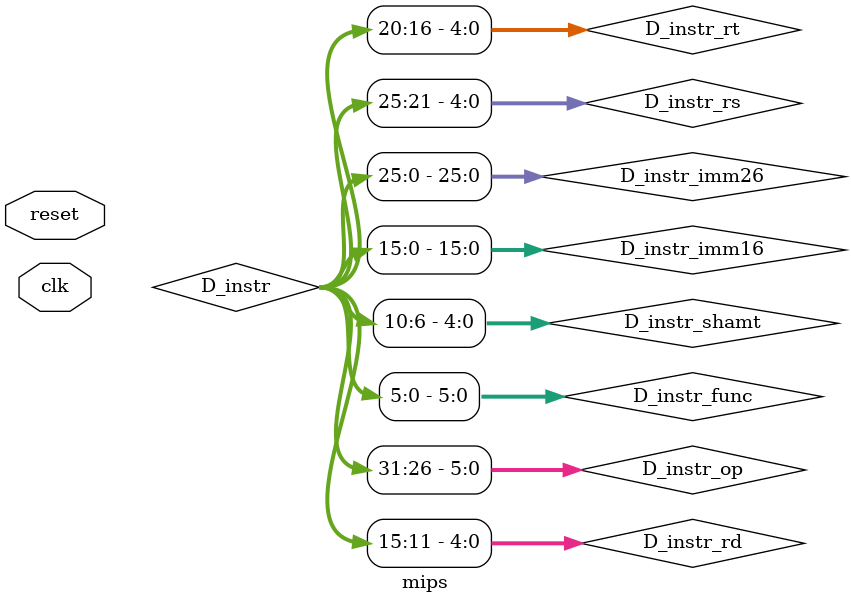
<source format=v>
`timescale 1ns / 1ps
module mips(
    input clk,
    input reset
    );
	 
	 // ³åÍ»¿ØÖÆµ¥Ôª
	 wire [31:0] F_PC;           // F ¼¶Ö¸ÁîµØÖ·
	 wire [31:0] D_PC;           // D ¼¶Ö¸ÁîµØÖ·
	 wire [31:0] E_PC;           // E ¼¶Ö¸ÁîµØÖ·
	 wire [31:0] M_PC;           // M ¼¶Ö¸ÁîµØÖ·
	 wire [31:0] W_PC;           // W ¼¶Ö¸ÁîµØÖ·
	 wire [3:0] D_rs_Tuse;       // D ¼¶Ö¸Áîrs_Tuse
	 wire [3:0] D_rt_Tuse;       // D ¼¶Ö¸Áîrt_Tuse
	 wire [3:0] D_Tnew;          // D ¼¶Ö¸ÁîTnew
	 wire [3:0] E_rs_Tuse;       // E ¼¶Ö¸Áîrs_Tuse
	 wire [3:0] E_rt_Tuse;       // E ¼¶Ö¸Áîrt_Tuse
	 wire [3:0] E_Tnew;          // E ¼¶Ö¸ÁîTnew
	 wire [3:0] M_rs_Tuse;       // M ¼¶Ö¸Áîrs_Tuse
	 wire [3:0] M_rt_Tuse;       // M ¼¶Ö¸Áîrt_Tuse
	 wire [3:0] M_Tnew;          // M ¼¶Ö¸ÁîTnew
	 wire [3:0] W_rs_Tuse;       // W ¼¶Ö¸Áîrs_Tuse
	 wire [3:0] W_rt_Tuse;       // W ¼¶Ö¸Áîrt_Tuse
	 wire [3:0] W_Tnew;          // W ¼¶Ö¸ÁîTnew
	 wire D_GRF_write;           // D ¼¶Ö¸ÁîGRFÐ´ÐÅºÅ
	 wire E_GRF_write;           // E ¼¶Ö¸ÁîGRFÐ´ÐÅºÅ
	 wire M_GRF_write;           // M ¼¶Ö¸ÁîGRFÐ´ÐÅºÅ
	 wire W_GRF_write;           // W ¼¶Ö¸ÁîGRFÐ´ÐÅºÅ
	 wire [4:0] D_GRF_A3;        // D ¼¶Ö¸ÁîÄ¿±ê¼Ä´æÆ÷
	 wire [3:0] D_GRF_DatatoReg; // D ¼¶Ö¸ÁîÐ´Êý¾ÝÑ¡ÔñÐÅºÅ
	 wire [4:0] E_GRF_A3;        // E ¼¶Ö¸ÁîÄ¿±ê¼Ä´æÆ÷
	 wire [3:0] E_GRF_DatatoReg; // E ¼¶Ö¸ÁîÐ´Êý¾ÝÑ¡ÔñÐÅºÅ
	 wire [4:0] M_GRF_A3;        // M ¼¶Ö¸ÁîÄ¿±ê¼Ä´æÆ÷
	 wire [3:0] M_GRF_DatatoReg; // M ¼¶Ö¸ÁîÐ´Êý¾ÝÑ¡ÔñÐÅºÅ
	 wire [4:0] W_GRF_A3;        // W ¼¶Ö¸ÁîÄ¿±ê¼Ä´æÆ÷
	 wire [3:0] W_GRF_DatatoReg; // W ¼¶Ö¸ÁîÐ´Êý¾ÝÑ¡ÔñÐÅºÅ
	 wire [4:0] D_FW_rs_sel;     // D ¼¶Ö¸ÁîrsÊý¾Ý×ª·¢ÐÅºÅ
	 wire [4:0] D_FW_rt_sel;     // D ¼¶Ö¸ÁîrtÊý¾Ý×ª·¢ÐÅºÅ
	 wire [4:0] E_FW_rs_sel;     // E ¼¶Ö¸ÁîrsÊý¾Ý×ª·¢ÐÅºÅ
	 wire [4:0] E_FW_rt_sel;     // E ¼¶Ö¸ÁîrtÊý¾Ý×ª·¢ÐÅºÅ
	 wire [4:0] M_FW_rt_sel;     // M ¼¶Ö¸ÁîrtÊý¾Ý×ª·¢ÐÅºÅ
	 wire stall;                 // ×èÈûÐÅºÅ
	 wire E_flush;               // E ¼¶Á÷Ë®Ïß¼Ä´æÆ÷Çå¿ÕÐÅºÅ
	 
	 wire [31:0] F_instr;       // F ¼¶Ö¸Áî»úÆ÷Âë
	 wire [31:0] D_instr;       // D ¼¶Ö¸Áî»úÆ÷Âë
	 wire [31:0] E_instr;       // E ¼¶Ö¸Áî»úÆ÷Âë
	 wire [31:0] M_instr;       // M ¼¶Ö¸Áî»úÆ÷Âë
	 wire [31:0] W_instr;       // W ¼¶Ö¸Áî»úÆ÷Âë
	 
	 HCU hcu (
    .D_instr(D_instr), 
    .E_instr(E_instr), 
    .M_instr(M_instr), 
    .D_rs_Tuse(D_rs_Tuse), 
    .D_rt_Tuse(D_rt_Tuse), 
    .E_rs_Tuse(E_rs_Tuse), 
    .E_rt_Tuse(E_rt_Tuse), 
    .E_Tnew(E_Tnew), 
    .M_rt_Tuse(M_rt_Tuse), 
    .M_Tnew(M_Tnew), 
    .W_Tnew(W_Tnew), 
    .E_GRF_write(E_GRF_write), 
    .M_GRF_write(M_GRF_write), 
    .W_GRF_write(W_GRF_write), 
    .E_GRF_A3(E_GRF_A3), 
    .M_GRF_A3(M_GRF_A3), 
    .W_GRF_A3(W_GRF_A3), 
    .M_GRF_DatatoReg(M_GRF_DatatoReg), 
    .E_GRF_DatatoReg(E_GRF_DatatoReg), 
    .W_GRF_DatatoReg(W_GRF_DatatoReg), 
    .D_FW_rs_sel(D_FW_rs_sel), 
    .D_FW_rt_sel(D_FW_rt_sel), 
    .E_FW_rs_sel(E_FW_rs_sel), 
    .E_FW_rt_sel(E_FW_rt_sel), 
    .M_FW_rt_sel(M_FW_rt_sel), 
    .stall(stall),
	 .E_flush(E_flush)
    );
	 
	 // F	 ¼¶
	 wire [31:0] F_PCnext;      // D ¼¶PCÄ£¿éÊäÈëÖµ£¬Á¬½ÓNPCµÄÊä³ö¶Ë
	 wire F_PC_EN;              // PC Ê¹ÄÜÐÅºÅ
	 assign F_PC_EN = ~stall;
	 
	 PC pc (
    .clk(clk), 
    .reset(reset), 
    .F_PC_EN(F_PC_EN), 
    .F_PCnext(F_PCnext), 
    .F_PC(F_PC)
    );
	 
	 IM im (
    .F_PC(F_PC), 
    .F_instr(F_instr)
    );
	 
	 // D¼¶
	 wire [4:0] D_instr_rs;           // D ¼¶Ö¸Áîrs¶Î
	 wire [4:0] D_instr_rt;           // D ¼¶Ö¸Áîrt¶Î  
	 wire [4:0] D_instr_rd;           // D ¼¶Ö¸Áîrd¶Î
	 wire [5:0] D_instr_op;           // D ¼¶Ö¸Áîopcode¶Î
	 wire [5:0] D_instr_func;         // D ¼¶Ö¸Áîfunctioncode¶Î
	 wire [4:0] D_instr_shamt;        // D ¼¶Ö¸Áîshamt¶Î
	 wire [15:0] D_instr_imm16;       // D ¼¶Ö¸Áî16Î»Á¢¼´Êý
	 wire [25:0] D_instr_imm26;       // D ¼¶Ö¸Áî26Î»Á¢¼´Êý
	 wire [31:0] W_GRF_WD;            // W ¼¶×îÖÕÐ´ÈëGRFµÄÊý¾Ý
	 wire [31:0] D_GRF_RD1;           // D ¼¶Ö¸Áî´ÓGRF¶Á³öµÄµÚÒ»¸öÊý¾Ý£¬Î´×ª·¢
	 wire [31:0] D_GRF_RD2;           // D ¼¶Ö¸Áî´ÓGRF¶Á³öµÄµÚ¶þ¸öÊý¾Ý£¬Î´×ª·¢
	 wire [31:0] D_EXT_imm32;         // D ¼¶Ö¸ÁîEXTÄ£¿éµÄ32Î»Á¢¼´ÊýÀ©Õ¹Êä³ö
	 wire D_DM_write;                 // D ¼¶Ö¸ÁîDMÐ´ÐÅºÅ
	 wire [3:0] D_EXTop;              // D ¼¶Ö¸ÁîµÄEXT¿ØÖÆÐÅºÅ
	 wire [3:0] D_NPCop;              // D ¼¶Ö¸ÁîµÄNPC¿ØÖÆÐÅºÅ
	 wire [3:0] D_CMPop;              // D ¼¶Ö¸ÁîµÄCMP¿ØÖÆÐÅºÅ
	 wire [4:0] D_ALUop;              // D ¼¶Ö¸ÁîµÄALU¿ØÖÆÐÅºÅ   
    wire [2:0] D_ALU_Bsel;           // D ¼¶Ö¸Áî ALU ²Ù×÷ÊýBÑ¡ÔñÐÅºÅ	 
	 wire [2:0] D_GRF_A3_sel;         // D ¼¶Ö¸ÁîÄ¿µÄ¼Ä´æÆ÷Ñ¡ÔñÐÅºÅ
	 wire [1:0] D_DMop;               // D ¼¶Ö¸ÁîµÄDM¿ØÖÆÐÅºÅ
	 wire [31:0] D_RD1;               // D ¼¶Ö¸Áî´ÓGRF¶Á³öµÄµÚÒ»¸öÊý¾Ý£¬ÒÑ×ª·¢
	 wire [31:0] D_RD2;               // D ¼¶Ö¸Áî´ÓGRF¶Á³öµÄµÚ¶þ¸öÊý¾Ý£¬ÒÑ×ª·¢
	 wire [31:0] D_CMP_result;        // D ¼¶Ö¸ÁîCMP±È½Ï½á¹û
	 wire F_D_REG_EN;                 // PC Ê¹ÄÜÐÅºÅ
	 
	 assign F_D_REG_EN = ~stall;
	 assign D_instr_rs = D_instr[25:21];
	 assign D_instr_rt = D_instr[20:16];
	 assign D_instr_rd = D_instr[15:11];
	 assign D_instr_shamt = D_instr[10:6];
	 assign D_instr_imm16 = D_instr[15:0];
	 assign D_instr_imm26 = D_instr[25:0];
	 assign D_instr_op = D_instr[31:26];
	 assign D_instr_func = D_instr[5:0];
	 
	 F_D_REG F_D_reg (
    .clk(clk), 
    .reset(reset), 
    .F_D_REG_EN(F_D_REG_EN), 
    .F_PC(F_PC), 
    .F_instr(F_instr), 
    .D_PC(D_PC), 
    .D_instr(D_instr)
    );
	 
	 CU controller (
    .D_CU_opcode(D_instr_op), 
    .D_CU_func(D_instr_func), 
    .D_GRF_write(D_GRF_write), 
    .D_DM_write(D_DM_write), 
    .D_EXTop(D_EXTop), 
    .D_CMPop(D_CMPop), 
    .D_NPCop(D_NPCop), 
    .D_ALUop(D_ALUop), 
    .D_GRF_DatatoReg(D_GRF_DatatoReg), 
    .D_GRF_A3_sel(D_GRF_A3_sel), 
    .D_ALU_Bsel(D_ALU_Bsel), 
    .D_DMop(D_DMop), 
    .D_rs_Tuse(D_rs_Tuse), 
    .D_rt_Tuse(D_rt_Tuse), 
    .D_Tnew(D_Tnew)
    );
	 
	 always @(posedge clk) begin
	     if (reset == 1'b0 && W_GRF_write == 1'b1) begin
	         $display("%d@%h: $%d <= %h", $time, W_PC, W_GRF_A3, W_GRF_WD);
		  end
	 end
	 
	 GRF grf (
    .clk(clk), 
    .reset(reset), 
    .GRF_write(W_GRF_write), 
    .GRF_A1(D_instr_rs), 
    .GRF_A2(D_instr_rt), 
    .GRF_A3(W_GRF_A3), 
    .GRF_WD(W_GRF_WD), 
    .GRF_RD1(D_GRF_RD1), 
    .GRF_RD2(D_GRF_RD2)
    );
	 // 00000: keep; 00001: E_PC+8; 00010: E_CMP_result; 00011: M_PC+8; 00100: M_ALUout; 00101: M_CMP_result
	 assign D_RD1 = (D_FW_rs_sel == 5'd0) ? D_GRF_RD1 :
	                (D_FW_rs_sel == 5'd1) ? E_PC + 32'd8 :
						 (D_FW_rs_sel == 5'd2) ? E_CMP_result :
						 (D_FW_rs_sel == 5'd3) ? M_PC + 32'd8 :
						 (D_FW_rs_sel == 5'd4) ? M_ALUout :
						 (D_FW_rs_sel == 5'd5) ? M_CMP_result :
						                         D_GRF_RD1;
														 
    assign D_RD2 = (D_FW_rt_sel == 5'd0) ? D_GRF_RD2 :
	                (D_FW_rt_sel == 5'd1) ? E_PC + 32'd8 :
						 (D_FW_rt_sel == 5'd2) ? E_CMP_result :
						 (D_FW_rt_sel == 5'd3) ? M_PC + 32'd8 :
						 (D_FW_rt_sel == 5'd4) ? M_ALUout :
						 (D_FW_rt_sel == 5'd5) ? M_CMP_result :
						                         D_GRF_RD2;
	 
	 EXT ext (
    .D_EXT_imm16(D_instr_imm16), 
    .D_EXTop(D_EXTop), 
    .D_EXT_imm32(D_EXT_imm32)
    );
	 
	 CMP cmp (
    .D_CMP_opA(D_RD1), 
    .D_CMP_opB(D_RD2), 
    .D_CMPop(D_CMPop), 
    .D_CMP_result(D_CMP_result)
    );
	 
	 NPC npc (
    .D_NPC_PC(F_PC), 
    .D_NPCop(D_NPCop), 
    .D_NPC_imm16(D_instr_imm16), 
    .D_NPC_imm26(D_instr_imm26), 
    .D_CMP_result(D_CMP_result), 
    .D_NPC_RegData(D_RD1), 
    .D_NPC_PCnext(F_PCnext)
    );
	 // 000£ºrd£»001£ºrt£»010£º31ºÅ¼Ä´æÆ÷
	 assign D_GRF_A3 = (D_GRF_A3_sel == 3'd0) ? D_instr_rd :
	                   (D_GRF_A3_sel == 3'd1) ? D_instr_rt :
							 (D_GRF_A3_sel == 3'd2) ? 5'd31 :
							                          5'd0;
	 
	 // E ¼¶
	 wire [31:0] E_RD1;                 // E ¼¶µÄµÚÒ»¸ö¼Ä´æÆ÷Êý¾Ý,Î´×ª·¢
	 wire [31:0] E_RD2;                 // E ¼¶µÄµÚ¶þ¸ö¼Ä´æÆ÷Êý¾Ý£¬Î´×ª·¢
	 wire [31:0] E_RD2_new;             // E ¼¶µÄµÚ¶þ¸ö¼Ä´æÆ÷Êý¾Ý£¬ÒÑ×ª·¢
	 wire [31:0] E_ALU_opA;             // E ¼¶Ö¸ÁîALUµÚÒ»¸ö²Ù×÷Êý£¬¾­¹ý×ª·¢ºÍÑ¡Ôñ
	 wire [31:0] E_ALU_opB;             // E ¼¶Ö¸ÁîALUµÚ¶þ¸ö²Ù×÷Êý£¬¾­¹ý×ª·¢ºÍÑ¡Ôñ
	 wire [4:0] E_ALUop;                // E ¼¶Ö¸ÁîµÄALU¿ØÖÆÐÅºÅ
	 wire E_DM_write;                   // E ¼¶Ö¸ÁîDMÐ´ÐÅºÅ
	 wire [31:0] E_EXT_imm32;           // E ¼¶Ö¸ÁîEXTÄ£¿éµÄ32Î»Á¢¼´ÊýÀ©Õ¹Êä³ö
	 wire [31:0] E_CMP_result;          // E ¼¶Ö¸ÁîCMP±È½Ï½á¹û
	 wire [2:0] E_ALU_Bsel;             // E ¼¶Ö¸Áî ALU ²Ù×÷ÊýBÑ¡ÔñÐÅºÅ
	 wire [1:0] E_DMop;                 // E ¼¶Ö¸ÁîµÄDM¿ØÖÆÐÅºÅ
	 wire [4:0] E_instr_shamt;          // E ¼¶Ö¸Áîshamt¶Î
	 wire [31:0] E_ALUout;              // E ¼¶Ö¸ÁîµÄALU¼ÆËã½á¹û
	 wire E_reg_reset;                  // E ¼¶Á÷Ë®Ïß¼Ä´æÆ÷µÄ¸´Î»ÐÅºÅ
	 
	 assign E_reg_reset = reset || E_flush;
	 //00000: keep; 00001: M_ALUout; 00010: M_PC+8; 00011: M_CMP_result; 
	 //00100: W_ALUout; 00101: W_DMout; 00110: W_PC+8; 00111: W_CMP_result
	 assign E_RD2_new = (E_FW_rt_sel == 5'd0) ? E_RD2 :
	                    (E_FW_rt_sel == 5'd1) ? M_ALUout :
							  (E_FW_rt_sel == 5'd2) ? M_PC + 32'd8 :
							  (E_FW_rt_sel == 5'd3) ? M_CMP_result :
							  (E_FW_rt_sel == 5'd4) ? W_ALUout :
							  (E_FW_rt_sel == 5'd5) ? W_DMout :
							  (E_FW_rt_sel == 5'd6) ? W_PC+ 32'd8 :
                       (E_FW_rt_sel == 5'd7) ? W_CMP_result:
                                               E_RD2;
															  
	 assign E_ALU_opA = (E_FW_rs_sel == 5'd0) ? E_RD1 :
	                    (E_FW_rs_sel == 5'd1) ? M_ALUout :
							  (E_FW_rs_sel == 5'd2) ? M_PC + 32'd8 :
							  (E_FW_rs_sel == 5'd3) ? M_CMP_result :
							  (E_FW_rs_sel == 5'd4) ? W_ALUout :
							  (E_FW_rs_sel == 5'd5) ? W_DMout :
							  (E_FW_rs_sel == 5'd6) ? W_PC+ 32'd8 :
                       (E_FW_rs_sel == 5'd7) ? W_CMP_result:
                                               E_RD1;		
	 // 000£ºRD2 001£ºÀ©Õ¹ºóµÄ32Î»Á¢¼´Êý												  
    assign E_ALU_opB	= (E_ALU_Bsel == 3'd0) ? E_RD2_new :
                       (E_ALU_Bsel == 3'd1) ? E_EXT_imm32 :
                                              32'd0;							  
	 
    D_E_REG D_E_reg (
    .clk(clk), 
    .reset(E_reg_reset), 
    .D_E_REG_EN(1'b1), 
    .D_PC(D_PC), 
    .D_instr(D_instr), 
    .D_ALUop(D_ALUop), 
    .D_DM_write(D_DM_write), 
    .D_GRF_write(D_GRF_write), 
    .D_RD1(D_RD1), 
    .D_RD2(D_RD2), 
    .D_instr_shamt(D_instr_shamt), 
    .D_EXT_imm32(D_EXT_imm32), 
    .D_GRF_A3(D_GRF_A3), 
    .D_CMP_result(D_CMP_result), 
    .D_GRF_DatatoReg(D_GRF_DatatoReg), 
    .D_ALU_Bsel(D_ALU_Bsel), 
    .D_DMop(D_DMop), 
    .D_rs_Tuse(D_rs_Tuse), 
    .D_rt_Tuse(D_rt_Tuse), 
    .D_Tnew(D_Tnew), 
    .E_PC(E_PC), 
    .E_instr(E_instr), 
    .E_ALUop(E_ALUop), 
    .E_DM_write(E_DM_write), 
    .E_GRF_write(E_GRF_write), 
    .E_RD1(E_RD1), 
    .E_RD2(E_RD2), 
    .E_instr_shamt(E_instr_shamt), 
    .E_EXT_imm32(E_EXT_imm32), 
    .E_GRF_A3(E_GRF_A3), 
    .E_CMP_result(E_CMP_result), 
    .E_GRF_DatatoReg(E_GRF_DatatoReg), 
    .E_ALU_Bsel(E_ALU_Bsel), 
    .E_DMop(E_DMop), 
    .E_rs_Tuse(E_rs_Tuse), 
    .E_rt_Tuse(E_rt_Tuse), 
    .E_Tnew(E_Tnew)
    );

	 ALU alu (
    .ALU_opA(E_ALU_opA), 
    .ALU_opB(E_ALU_opB), 
    .ALU_opC(E_instr_shamt), 
    .ALUop(E_ALUop), 
    .ALU_result(E_ALUout)
    );
	 
	 // M ¼¶
	 wire [31:0] M_RD2;                // M ¼¶Ö¸ÁîµÄµÚ¶þ¸ö¼Ä´æÆ÷Êý¾Ý£¬Î´×ª·¢
	 wire [31:0] M_DM_WD;              // M ¼¶Ö¸ÁîµÄµÚ¶þ¸ö¼Ä´æÆ÷Êý¾Ý£¬ÒÑ×ª·¢
	 wire M_DM_write;                  // M ¼¶Ö¸ÁîµÄDMÐ´ÐÅºÅ
	 wire [1:0] M_DMop;                // M ¼¶Ö¸ÁîµÄDM¿ØÖÆÐÅºÅ
	 wire [31:0] M_ALUout;             // M ¼¶Ö¸ÁîµÄALU¼ÆËã½á¹û
	 wire [31:0] M_CMP_result;         // M ¼¶Ö¸ÁîCMP±È½Ï½á¹û
	 wire [31:0] M_DMout;              // M ¼¶Ö¸Áî¶Á³öµÄDMÊý¾Ý
	 
	 // 00000: keep; 00001: W_ALUout; 00010: W_DMout; 00011: W_PC+8; 00100: W_CMP_result
	 assign M_DM_WD = (M_FW_rt_sel == 5'd0) ? M_RD2 :
	                  (M_FW_rt_sel == 5'd1) ? W_ALUout :
							(M_FW_rt_sel == 5'd2) ? W_DMout :
							(M_FW_rt_sel == 5'd3) ? W_PC + 32'd8 :
                     (M_FW_rt_sel == 5'd4) ? W_CMP_result :
							                        M_RD2;
	 
	 E_M_REG E_M_reg (
    .clk(clk), 
    .reset(reset), 
    .E_M_REG_EN(1'b1), 
    .E_PC(E_PC), 
    .E_instr(E_instr), 
    .E_RD2(E_RD2_new), 
    .E_DM_write(E_DM_write), 
    .E_GRF_write(E_GRF_write), 
    .E_DMop(E_DMop), 
    .E_ALUout(E_ALUout), 
    .E_GRF_A3(E_GRF_A3), 
    .E_GRF_DatatoReg(E_GRF_DatatoReg), 
    .E_CMP_result(E_CMP_result), 
    .E_rs_Tuse(E_rs_Tuse), 
    .E_rt_Tuse(E_rt_Tuse), 
    .E_Tnew(E_Tnew), 
    .M_PC(M_PC), 
    .M_instr(M_instr), 
    .M_RD2(M_RD2), 
    .M_DM_write(M_DM_write), 
    .M_GRF_write(M_GRF_write), 
    .M_DMop(M_DMop), 
    .M_ALUout(M_ALUout), 
    .M_GRF_A3(M_GRF_A3), 
    .M_GRF_DatatoReg(M_GRF_DatatoReg), 
    .M_CMP_result(M_CMP_result), 
    .M_rs_Tuse(M_rs_Tuse), 
    .M_rt_Tuse(M_rt_Tuse), 
    .M_Tnew(M_Tnew)
    );
	 
	 always @(posedge clk) begin
	     if (reset == 1'b0 && M_DM_write == 1'b1) begin
	         $display("%d@%h: *%h <= %h", $time, M_PC, M_ALUout, M_DM_WD);
		  end
	 end
	 DM dm (
    .clk(clk), 
    .reset(reset), 
    .DM_write(M_DM_write), 
    .DMop(M_DMop), 
    .DM_addr(M_ALUout), 
    .DM_WD(M_DM_WD), 
    .DMout(M_DMout)
    );
	 
	 // W ¼¶
	 wire [31:0] W_ALUout;          // W ¼¶Ö¸ÁîµÄALU¼ÆËã½á¹û 
	 wire [31:0] W_DMout;           // W ¼¶Ö¸ÁîCMP±È½Ï½á¹û
	 wire [31:0] W_CMP_result;      // W ¼¶Ö¸ÁîCMP±È½Ï½á¹û
	 M_W_REG M_W_reg (
    .clk(clk), 
    .reset(reset), 
    .M_W_REG_EN(1'b1), 
    .M_PC(M_PC), 
    .M_instr(M_instr), 
    .M_ALUout(M_ALUout), 
    .M_GRF_A3(M_GRF_A3), 
    .M_DMout(M_DMout), 
    .M_GRF_write(M_GRF_write), 
    .M_GRF_DatatoReg(M_GRF_DatatoReg), 
    .M_CMP_result(M_CMP_result), 
    .M_rs_Tuse(M_rs_Tuse), 
    .M_rt_Tuse(M_rt_Tuse), 
    .M_Tnew(M_Tnew), 
    .W_PC(W_PC), 
    .W_instr(W_instr), 
    .W_ALUout(W_ALUout), 
    .W_GRF_A3(W_GRF_A3), 
    .W_DMout(W_DMout), 
    .W_GRF_write(W_GRF_write), 
    .W_GRF_DatatoReg(W_GRF_DatatoReg), 
    .W_CMP_result(W_CMP_result), 
    .W_rs_Tuse(W_rs_Tuse), 
    .W_rt_Tuse(W_rt_Tuse), 
    .W_Tnew(W_Tnew)
    );
	 // 0000£ºALUout; 0001£ºDMout; 0010£ºPC+8; 0011£ºÐ´ÈëCMPresult
	 assign W_GRF_WD = (W_GRF_DatatoReg == 4'd0) ? W_ALUout :
	                   (W_GRF_DatatoReg == 4'd1) ? W_DMout :
							 (W_GRF_DatatoReg == 4'd2) ? W_PC + 32'd8 :
							 (W_GRF_DatatoReg == 4'd3) ? W_CMP_result :
							                             32'd0;
	 
	 
endmodule

</source>
